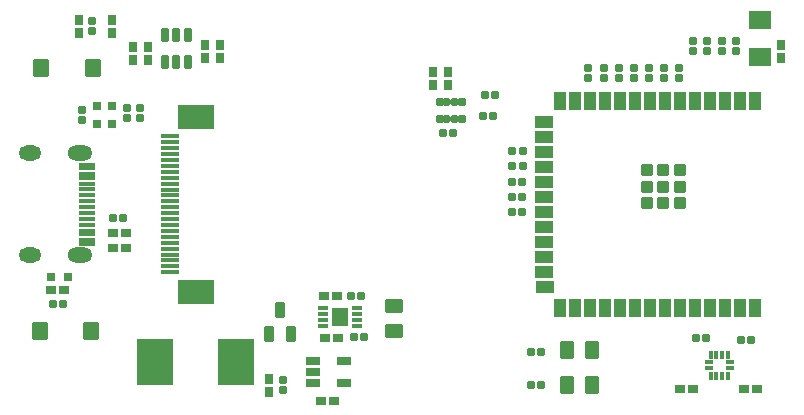
<source format=gts>
G04 Layer: TopSolderMaskLayer*
G04 EasyEDA v6.5.23, 2023-06-17 09:45:11*
G04 36c83109d75f48428eebd667f423d1d4,0a61cb7f7b51421fbede6d33e3e5ec82,10*
G04 Gerber Generator version 0.2*
G04 Scale: 100 percent, Rotated: No, Reflected: No *
G04 Dimensions in inches *
G04 leading zeros omitted , absolute positions ,3 integer and 6 decimal *
%FSLAX36Y36*%
%MOIN*%

%AMMACRO1*1,1,$1,$2,$3*1,1,$1,$4,$5*1,1,$1,0-$2,0-$3*1,1,$1,0-$4,0-$5*20,1,$1,$2,$3,$4,$5,0*20,1,$1,$4,$5,0-$2,0-$3,0*20,1,$1,0-$2,0-$3,0-$4,0-$5,0*20,1,$1,0-$4,0-$5,$2,$3,0*4,1,4,$2,$3,$4,$5,0-$2,0-$3,0-$4,0-$5,$2,$3,0*%
%ADD10MACRO1,0.004X-0.0156X-0.0106X-0.0156X0.0106*%
%ADD11MACRO1,0.004X0.0156X-0.0106X0.0156X0.0106*%
%ADD12MACRO1,0.004X-0.0106X0.0156X0.0106X0.0156*%
%ADD13MACRO1,0.004X-0.0106X-0.0156X0.0106X-0.0156*%
%ADD14MACRO1,0.004X0.0111X0.0106X0.0111X-0.0106*%
%ADD15MACRO1,0.004X-0.0111X0.0106X-0.0111X-0.0106*%
%ADD16MACRO1,0.004X-0.0111X-0.0106X-0.0111X0.0106*%
%ADD17MACRO1,0.004X0.0111X-0.0106X0.0111X0.0106*%
%ADD18MACRO1,0.004X0.0098X-0.0055X-0.0098X-0.0055*%
%ADD19MACRO1,0.004X0.0055X-0.0098X-0.0055X-0.0098*%
%ADD20MACRO1,0.008X-0.0079X0.0081X0.0079X0.0081*%
%ADD21MACRO1,0.008X-0.009X0.0081X0.009X0.0081*%
%ADD22MACRO1,0.004X0.0156X0.0106X0.0156X-0.0106*%
%ADD23MACRO1,0.004X-0.0156X0.0106X-0.0156X-0.0106*%
%ADD24MACRO1,0.004X0.0106X-0.0156X-0.0106X-0.0156*%
%ADD25MACRO1,0.004X0.0106X0.0156X-0.0106X0.0156*%
%ADD26MACRO1,0.004X-0.034X0.0292X0.034X0.0292*%
%ADD27MACRO1,0.004X-0.034X-0.0292X0.034X-0.0292*%
%ADD28MACRO1,0.004X-0.0596X0.0752X0.0596X0.0752*%
%ADD29MACRO1,0.004X-0.0118X-0.0118X-0.0118X0.0118*%
%ADD30MACRO1,0.004X0.0118X0.0118X0.0118X-0.0118*%
%ADD31MACRO1,0.004X0.0118X-0.0118X-0.0118X-0.0118*%
%ADD32MACRO1,0.004X-0.0118X0.0118X0.0118X0.0118*%
%ADD33MACRO1,0.004X0.0276X-0.0197X0.0276X0.0197*%
%ADD34MACRO1,0.004X0.0276X0.0197X0.0276X-0.0197*%
%ADD35MACRO1,0.004X0.0197X-0.0276X-0.0197X-0.0276*%
%ADD36MACRO1,0.004X0.0295X0.0059X0.0295X-0.0059*%
%ADD37MACRO1,0.004X0.0591X0.0394X0.0591X-0.0394*%
%ADD38MACRO1,0.004X-0.059X-0.0394X-0.059X0.0394*%
%ADD39MACRO1,0.004X-0.0106X0.0111X0.0106X0.0111*%
%ADD40MACRO1,0.004X-0.0106X-0.0111X0.0106X-0.0111*%
%ADD41MACRO1,0.004X0.0106X-0.0111X-0.0106X-0.0111*%
%ADD42MACRO1,0.004X0.0106X0.0111X-0.0106X0.0111*%
%ADD43MACRO1,0.0039X0.0177X0.0295X0.0177X-0.0295*%
%ADD44MACRO1,0.0039X-0.0295X0.0177X0.0295X0.0177*%
%ADD45MACRO1,0.0039X-0.0177X-0.0295X-0.0177X0.0295*%
%ADD46MACRO1,0.004X-0.0177X0.0177X0.0177X0.0177*%
%ADD47MACRO1,0.004X-0.0131X0.0055X0.0131X0.0055*%
%ADD48MACRO1,0.004X0.0131X0.0055X-0.0131X0.0055*%
%ADD49MACRO1,0.004X-0.0256X0.0276X0.0256X0.0276*%
%ADD50MACRO1,0.004X0.0138X0.0246X0.0138X-0.0246*%
%ADD51MACRO1,0.004X-0.0218X0.0122X-0.0218X-0.0122*%
%ADD52MACRO1,0.004X-0.0218X0.0123X-0.0218X-0.0123*%
%ADD53MACRO1,0.004X-0.0217X0.0122X-0.0217X-0.0122*%
%ADD54MACRO1,0.004X0.0105X-0.0211X-0.0105X-0.0211*%
%ADD55MACRO1,0.0039X0.0256X0.0059X0.0256X-0.0059*%
%ADD56O,0.074866X0.051244000000000005*%
%ADD57O,0.08274000000000001X0.051244000000000005*%
%ADD58MACRO1,0.004X0.0242X0.0268X0.0242X-0.0268*%
%ADD59MACRO1,0.004X-0.0242X0.0268X-0.0242X-0.0268*%
%ADD60C,0.0128*%

%LPD*%
D10*
G01*
X2741459Y1450000D03*
D11*
G01*
X2698540Y1450000D03*
D12*
G01*
X1710000Y2463541D03*
D13*
G01*
X1710000Y2506459D03*
D12*
G01*
X1660000Y2463541D03*
D13*
G01*
X1660000Y2506459D03*
D14*
G01*
X1692959Y2305000D03*
D15*
G01*
X1727040Y2305000D03*
D16*
G01*
X1867040Y2430000D03*
D17*
G01*
X1832959Y2430000D03*
D16*
G01*
X1862040Y2360000D03*
D17*
G01*
X1827959Y2360000D03*
D18*
G01*
X2649447Y1539839D03*
G01*
X2649447Y1520160D03*
D19*
G01*
X2644529Y1495550D03*
G01*
X2624839Y1495550D03*
G01*
X2605160Y1495550D03*
G01*
X2585470Y1495550D03*
D18*
G01*
X2580553Y1520160D03*
G01*
X2580553Y1539839D03*
D19*
G01*
X2585470Y1564449D03*
G01*
X2605160Y1564449D03*
G01*
X2624839Y1564449D03*
G01*
X2644529Y1564449D03*
D20*
G01*
X1732204Y2351650D03*
D21*
G01*
X1757322Y2351650D03*
G01*
X1757322Y2408350D03*
D20*
G01*
X1732204Y2408350D03*
G01*
X1707795Y2351650D03*
G01*
X1707793Y2408350D03*
D21*
G01*
X1682677Y2351650D03*
G01*
X1682677Y2408350D03*
D22*
G01*
X2483540Y1450000D03*
D23*
G01*
X2526459Y1450000D03*
D16*
G01*
X2722040Y1615000D03*
D17*
G01*
X2687959Y1615000D03*
D14*
G01*
X2537959Y1620000D03*
D15*
G01*
X2572040Y1620000D03*
D10*
G01*
X431458Y1780000D03*
D11*
G01*
X388541Y1780000D03*
D12*
G01*
X2820000Y2553541D03*
D13*
G01*
X2820000Y2596459D03*
D10*
G01*
X636458Y1970000D03*
D11*
G01*
X593541Y1970000D03*
D12*
G01*
X950000Y2553541D03*
D13*
G01*
X950000Y2596459D03*
D12*
G01*
X480000Y2638541D03*
D13*
G01*
X480000Y2681459D03*
D22*
G01*
X1298540Y1760000D03*
D23*
G01*
X1341459Y1760000D03*
D22*
G01*
X1301080Y1622395D03*
D23*
G01*
X1343998Y1622395D03*
D12*
G01*
X900000Y2553541D03*
D13*
G01*
X900000Y2596459D03*
D12*
G01*
X710000Y2548541D03*
D13*
G01*
X710000Y2591459D03*
D12*
G01*
X590000Y2638541D03*
D13*
G01*
X590000Y2681459D03*
D12*
G01*
X660000Y2548541D03*
D13*
G01*
X660000Y2591459D03*
D10*
G01*
X636458Y1920000D03*
D11*
G01*
X593541Y1920000D03*
D24*
G01*
X1113447Y1484764D03*
D25*
G01*
X1113447Y1441846D03*
D10*
G01*
X1331459Y1410000D03*
D11*
G01*
X1288540Y1410000D03*
D26*
G01*
X2750000Y2557302D03*
D27*
G01*
X2750000Y2682697D03*
D28*
G01*
X734764Y1540000D03*
G01*
X1005237Y1540000D03*
D29*
G01*
X540000Y2335471D03*
D30*
G01*
X540000Y2394529D03*
D29*
G01*
X590000Y2335471D03*
D30*
G01*
X590000Y2394529D03*
D31*
G01*
X444529Y1825000D03*
D32*
G01*
X385471Y1825000D03*
D33*
G01*
X1530000Y1643650D03*
D34*
G01*
X1530000Y1726350D03*
D35*
G01*
X2108649Y1465000D03*
G01*
X2191350Y1465000D03*
G01*
X2108649Y1580000D03*
G01*
X2191350Y1580000D03*
D36*
G01*
X782329Y2293106D03*
G01*
X782329Y2273440D03*
G01*
X782329Y2253759D03*
G01*
X782329Y2234069D03*
G01*
X782329Y2214390D03*
G01*
X782329Y2194700D03*
G01*
X782329Y2175019D03*
G01*
X782329Y2155329D03*
G01*
X782329Y2135650D03*
G01*
X782329Y2115960D03*
G01*
X782329Y2096279D03*
G01*
X782329Y2076590D03*
G01*
X782329Y2056910D03*
G01*
X782329Y2037219D03*
G01*
X782279Y2017690D03*
G01*
X782300Y1997875D03*
G01*
X782345Y1978174D03*
G01*
X782329Y1958505D03*
G01*
X782329Y1938824D03*
G01*
X782210Y1919055D03*
G01*
X782210Y1899354D03*
G01*
X782210Y1879685D03*
G01*
X782210Y1859984D03*
G01*
X782210Y1840294D03*
D37*
G01*
X871075Y2358299D03*
D38*
G01*
X871329Y1775550D03*
D16*
G01*
X627040Y2020000D03*
D17*
G01*
X592959Y2020000D03*
D39*
G01*
X490000Y2347959D03*
D40*
G01*
X490000Y2382040D03*
D41*
G01*
X525000Y2677040D03*
D42*
G01*
X525000Y2642959D03*
D41*
G01*
X2622110Y2610345D03*
D42*
G01*
X2622110Y2576264D03*
D41*
G01*
X2527110Y2610345D03*
D42*
G01*
X2527110Y2576264D03*
D41*
G01*
X2480000Y2522040D03*
D42*
G01*
X2480000Y2487959D03*
D41*
G01*
X2430000Y2522040D03*
D42*
G01*
X2430000Y2487959D03*
D41*
G01*
X2380000Y2522040D03*
D42*
G01*
X2380000Y2487959D03*
D14*
G01*
X1922959Y2040000D03*
D15*
G01*
X1957040Y2040000D03*
D14*
G01*
X1925069Y2193305D03*
D15*
G01*
X1959150Y2193305D03*
D14*
G01*
X1923959Y2140999D03*
D15*
G01*
X1958040Y2140999D03*
D14*
G01*
X1923959Y2090999D03*
D15*
G01*
X1958040Y2090999D03*
D41*
G01*
X2230000Y2522040D03*
D42*
G01*
X2230000Y2487959D03*
D41*
G01*
X2280000Y2522040D03*
D42*
G01*
X2280000Y2487959D03*
D41*
G01*
X2330000Y2522040D03*
D42*
G01*
X2330000Y2487959D03*
D14*
G01*
X1925069Y2243305D03*
D15*
G01*
X1959150Y2243305D03*
D41*
G01*
X2177110Y2520345D03*
D42*
G01*
X2177110Y2486264D03*
D41*
G01*
X2670000Y2612040D03*
D42*
G01*
X2670000Y2577959D03*
D41*
G01*
X2575000Y2612040D03*
D42*
G01*
X2575000Y2577959D03*
D16*
G01*
X1432040Y1625000D03*
D17*
G01*
X1397959Y1625000D03*
D14*
G01*
X1387959Y1760000D03*
D15*
G01*
X1422040Y1760000D03*
D39*
G01*
X640000Y2352959D03*
D40*
G01*
X640000Y2387040D03*
D39*
G01*
X685000Y2352959D03*
D40*
G01*
X685000Y2387040D03*
D16*
G01*
X427040Y1735000D03*
D17*
G01*
X392959Y1735000D03*
D41*
G01*
X1160000Y1482040D03*
D42*
G01*
X1160000Y1447959D03*
D16*
G01*
X2022040Y1465000D03*
D17*
G01*
X1987959Y1465000D03*
D16*
G01*
X2022040Y1575000D03*
D17*
G01*
X1987959Y1575000D03*
D43*
G01*
X2732080Y2411413D03*
G01*
X2682080Y2411413D03*
G01*
X2632080Y2411413D03*
G01*
X2582080Y2411413D03*
G01*
X2532080Y2411413D03*
G01*
X2482080Y2411413D03*
G01*
X2432080Y2411413D03*
G01*
X2382080Y2411413D03*
G01*
X2332080Y2411413D03*
G01*
X2282080Y2411413D03*
G01*
X2232080Y2411413D03*
G01*
X2182080Y2411413D03*
G01*
X2132080Y2411413D03*
G01*
X2082080Y2411413D03*
D44*
G01*
X2031685Y2341924D03*
G01*
X2031685Y2291924D03*
G01*
X2031685Y2241924D03*
G01*
X2031685Y2191924D03*
G01*
X2031685Y2141924D03*
G01*
X2031685Y2091924D03*
G01*
X2031685Y2041924D03*
G01*
X2031685Y1991924D03*
G01*
X2031685Y1941924D03*
G01*
X2031685Y1891924D03*
G01*
X2031685Y1841924D03*
G01*
X2032869Y1791924D03*
D45*
G01*
X2082080Y1722437D03*
G01*
X2132080Y1722437D03*
G01*
X2182080Y1722437D03*
G01*
X2232080Y1722437D03*
G01*
X2282080Y1722437D03*
G01*
X2332080Y1722437D03*
G01*
X2382080Y1722437D03*
G01*
X2432080Y1722437D03*
G01*
X2482080Y1722437D03*
G01*
X2532080Y1722437D03*
G01*
X2582080Y1722437D03*
G01*
X2632080Y1722437D03*
G01*
X2682080Y1722437D03*
G01*
X2732080Y1722437D03*
D46*
G01*
X2373020Y2070866D03*
G01*
X2373017Y2125984D03*
G01*
X2373020Y2181101D03*
G01*
X2483256Y2181101D03*
G01*
X2483256Y2125984D03*
G01*
X2483256Y2070866D03*
G01*
X2428138Y2070866D03*
G01*
X2428138Y2181101D03*
G01*
X2428138Y2125984D03*
D47*
G01*
X1294586Y1719527D03*
G01*
X1294586Y1699842D03*
G01*
X1294586Y1680157D03*
G01*
X1294586Y1660472D03*
D48*
G01*
X1405413Y1660472D03*
G01*
X1405413Y1680157D03*
G01*
X1405413Y1699842D03*
G01*
X1405413Y1719527D03*
D49*
G01*
X1350000Y1690000D03*
D50*
G01*
X1112599Y1635630D03*
G01*
X1187400Y1635630D03*
G01*
X1149999Y1714369D03*
D51*
G01*
X1364050Y1470632D03*
D52*
G01*
X1364050Y1545415D03*
D51*
G01*
X1261687Y1545416D03*
G01*
X1261687Y1508047D03*
D53*
G01*
X1261687Y1470634D03*
D54*
G01*
X842399Y2630239D03*
G01*
X805000Y2630239D03*
G01*
X767599Y2630239D03*
G01*
X767599Y2539760D03*
G01*
X805000Y2539760D03*
G01*
X842399Y2539760D03*
D55*
G01*
X508468Y2198815D03*
G01*
X508468Y2187005D03*
G01*
X508468Y2167315D03*
G01*
X508468Y2155505D03*
G01*
X508465Y2135825D03*
G01*
X508467Y2116135D03*
G01*
X508468Y2096455D03*
G01*
X508467Y2076765D03*
G01*
X508468Y2057085D03*
G01*
X508467Y2037395D03*
G01*
X508467Y1998025D03*
G01*
X508459Y1978345D03*
G01*
X508459Y1966525D03*
G01*
X508467Y1946846D03*
G01*
X508467Y1935035D03*
G01*
X508465Y2017725D03*
D56*
G01*
X318310Y2236999D03*
G01*
X318310Y1896840D03*
D57*
G01*
X482880Y1896840D03*
G01*
X482880Y2236999D03*
D58*
G01*
X353976Y2520000D03*
D59*
G01*
X526023Y2520000D03*
D58*
G01*
X348976Y1645000D03*
D59*
G01*
X521023Y1645000D03*
M02*

</source>
